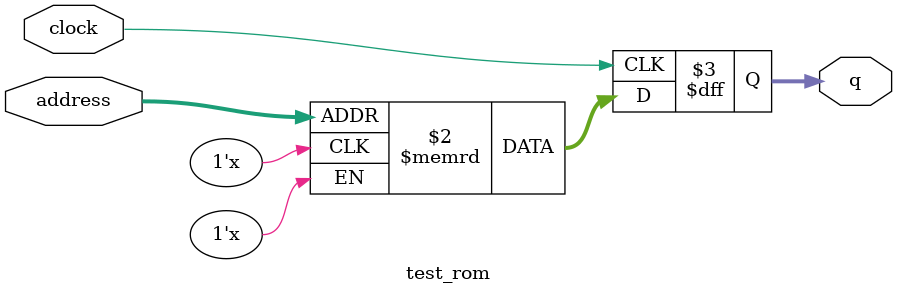
<source format=sv>
module test_rom (
	input logic clock,
	input logic [18:0] address,
	output logic [3:0] q
);

logic [3:0] memory [0:524288] /* synthesis ram_init_file = "./test/test.mif" */;

always_ff @ (posedge clock) begin
	q <= memory[address];
end

endmodule

</source>
